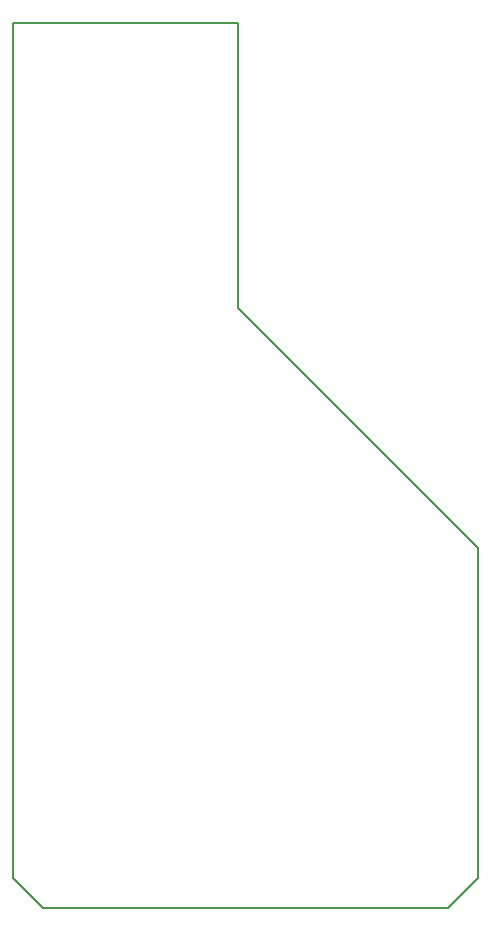
<source format=gbr>
G04 #@! TF.FileFunction,Profile,NP*
%FSLAX46Y46*%
G04 Gerber Fmt 4.6, Leading zero omitted, Abs format (unit mm)*
G04 Created by KiCad (PCBNEW 4.0.5) date Sunday 02 April 2017 22:21:36*
%MOMM*%
%LPD*%
G01*
G04 APERTURE LIST*
%ADD10C,0.100000*%
%ADD11C,0.150000*%
G04 APERTURE END LIST*
D10*
D11*
X36830000Y0D02*
X31750000Y0D01*
X39370000Y2540000D02*
X36830000Y0D01*
X39370000Y30480000D02*
X39370000Y2540000D01*
X19050000Y50800000D02*
X39370000Y30480000D01*
X19050000Y74930000D02*
X19050000Y50800000D01*
X0Y74930000D02*
X19050000Y74930000D01*
X0Y2540000D02*
X0Y74930000D01*
X2540000Y0D02*
X0Y2540000D01*
X7620000Y0D02*
X2540000Y0D01*
X31750000Y0D02*
X7620000Y0D01*
M02*

</source>
